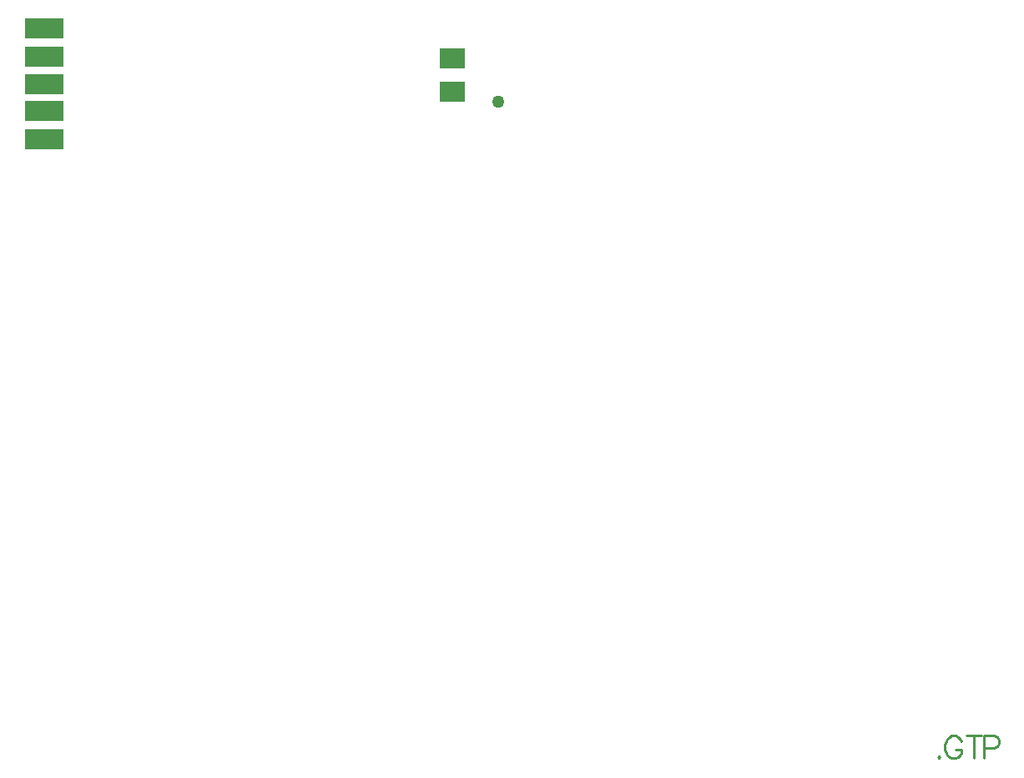
<source format=gtp>
%FSLAX23Y23*%
%MOIN*%
G70*
G01*
G75*
%ADD10C,0.010*%
%ADD11C,0.050*%
%ADD12R,0.157X0.079*%
%ADD13R,0.100X0.080*%
%ADD14C,0.012*%
%ADD15C,0.015*%
%ADD16C,0.008*%
%ADD17C,0.006*%
%ADD18C,0.009*%
%ADD19C,0.070*%
%ADD20R,0.070X0.070*%
%ADD21C,0.217*%
%ADD22C,0.217*%
%ADD23C,0.058*%
%ADD24C,0.100*%
%ADD25C,0.118*%
%ADD26R,0.118X0.118*%
%ADD27C,0.040*%
%ADD28R,0.083X0.060*%
%ADD29R,0.060X0.083*%
%ADD30R,0.157X0.079*%
%ADD31R,0.036X0.036*%
%ADD32R,0.036X0.050*%
%ADD33R,0.064X0.054*%
%ADD34R,0.060X0.083*%
%ADD35R,0.031X0.102*%
%ADD36O,0.031X0.102*%
%ADD37R,0.054X0.064*%
%ADD38O,0.031X0.087*%
%ADD39R,0.031X0.087*%
%ADD40R,0.197X0.244*%
%ADD41R,0.060X0.050*%
%ADD42C,0.016*%
%ADD43C,0.079*%
%ADD44C,0.010*%
%ADD45C,0.016*%
%ADD46C,0.039*%
%ADD47C,0.008*%
%ADD48R,0.591X0.354*%
%ADD49C,0.008*%
%ADD50C,0.003*%
%ADD51C,0.005*%
D11*
X9683Y8132D02*
D03*
D12*
X7868Y8425D02*
D03*
Y8313D02*
D03*
Y8202D02*
D03*
Y8094D02*
D03*
Y7982D02*
D03*
D13*
X9500Y8305D02*
D03*
Y8172D02*
D03*
D18*
X11443Y5515D02*
X11438Y5511D01*
X11443Y5507D01*
X11447Y5511D01*
X11443Y5515D01*
X11531Y5575D02*
X11527Y5584D01*
X11518Y5593D01*
X11510Y5597D01*
X11492D01*
X11484Y5593D01*
X11475Y5584D01*
X11471Y5575D01*
X11467Y5563D01*
Y5541D01*
X11471Y5528D01*
X11475Y5520D01*
X11484Y5511D01*
X11492Y5507D01*
X11510D01*
X11518Y5511D01*
X11527Y5520D01*
X11531Y5528D01*
Y5541D01*
X11510D02*
X11531D01*
X11582Y5597D02*
Y5507D01*
X11552Y5597D02*
X11612D01*
X11622Y5550D02*
X11661D01*
X11674Y5554D01*
X11678Y5558D01*
X11682Y5567D01*
Y5580D01*
X11678Y5588D01*
X11674Y5593D01*
X11661Y5597D01*
X11622D01*
Y5507D01*
M02*

</source>
